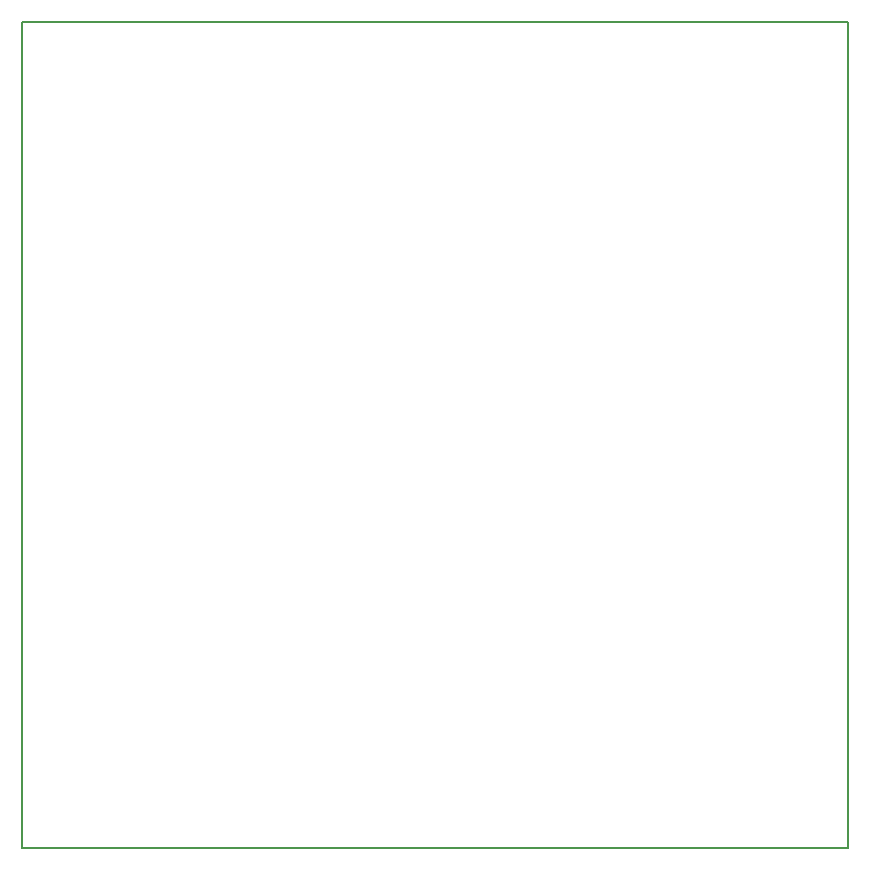
<source format=gm1>
%TF.GenerationSoftware,KiCad,Pcbnew,7.0.2*%
%TF.CreationDate,2023-06-12T01:53:58+02:00*%
%TF.ProjectId,RGB-YPbPr-Converter,5247422d-5950-4625-9072-2d436f6e7665,rev?*%
%TF.SameCoordinates,Original*%
%TF.FileFunction,Profile,NP*%
%FSLAX46Y46*%
G04 Gerber Fmt 4.6, Leading zero omitted, Abs format (unit mm)*
G04 Created by KiCad (PCBNEW 7.0.2) date 2023-06-12 01:53:58*
%MOMM*%
%LPD*%
G01*
G04 APERTURE LIST*
%TA.AperFunction,Profile*%
%ADD10C,0.150000*%
%TD*%
G04 APERTURE END LIST*
D10*
X100000000Y-100000000D02*
X170000000Y-100000000D01*
X170000000Y-170000000D01*
X100000000Y-170000000D01*
X100000000Y-100000000D01*
M02*

</source>
